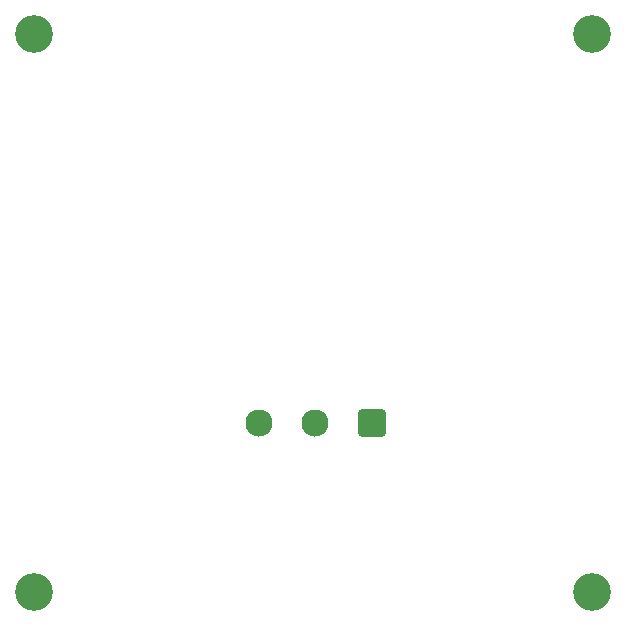
<source format=gbr>
%TF.GenerationSoftware,KiCad,Pcbnew,8.0.2*%
%TF.CreationDate,2024-08-19T21:28:26+02:00*%
%TF.ProjectId,ringlight,72696e67-6c69-4676-9874-2e6b69636164,rev?*%
%TF.SameCoordinates,Original*%
%TF.FileFunction,Soldermask,Bot*%
%TF.FilePolarity,Negative*%
%FSLAX46Y46*%
G04 Gerber Fmt 4.6, Leading zero omitted, Abs format (unit mm)*
G04 Created by KiCad (PCBNEW 8.0.2) date 2024-08-19 21:28:26*
%MOMM*%
%LPD*%
G01*
G04 APERTURE LIST*
G04 Aperture macros list*
%AMRoundRect*
0 Rectangle with rounded corners*
0 $1 Rounding radius*
0 $2 $3 $4 $5 $6 $7 $8 $9 X,Y pos of 4 corners*
0 Add a 4 corners polygon primitive as box body*
4,1,4,$2,$3,$4,$5,$6,$7,$8,$9,$2,$3,0*
0 Add four circle primitives for the rounded corners*
1,1,$1+$1,$2,$3*
1,1,$1+$1,$4,$5*
1,1,$1+$1,$6,$7*
1,1,$1+$1,$8,$9*
0 Add four rect primitives between the rounded corners*
20,1,$1+$1,$2,$3,$4,$5,0*
20,1,$1+$1,$4,$5,$6,$7,0*
20,1,$1+$1,$6,$7,$8,$9,0*
20,1,$1+$1,$8,$9,$2,$3,0*%
G04 Aperture macros list end*
%ADD10C,3.200000*%
%ADD11RoundRect,0.250001X0.899999X0.899999X-0.899999X0.899999X-0.899999X-0.899999X0.899999X-0.899999X0*%
%ADD12C,2.300000*%
G04 APERTURE END LIST*
D10*
%TO.C,REF\u002A\u002A*%
X53290000Y53270000D03*
%TD*%
%TO.C,REF\u002A\u002A*%
X6000000Y53270000D03*
%TD*%
%TO.C,REF\u002A\u002A*%
X6000000Y6000000D03*
%TD*%
D11*
%TO.C,J1*%
X34645000Y20320000D03*
D12*
X29845000Y20320000D03*
X25045000Y20320000D03*
%TD*%
D10*
%TO.C,REF\u002A\u002A*%
X53290000Y6000000D03*
%TD*%
M02*

</source>
